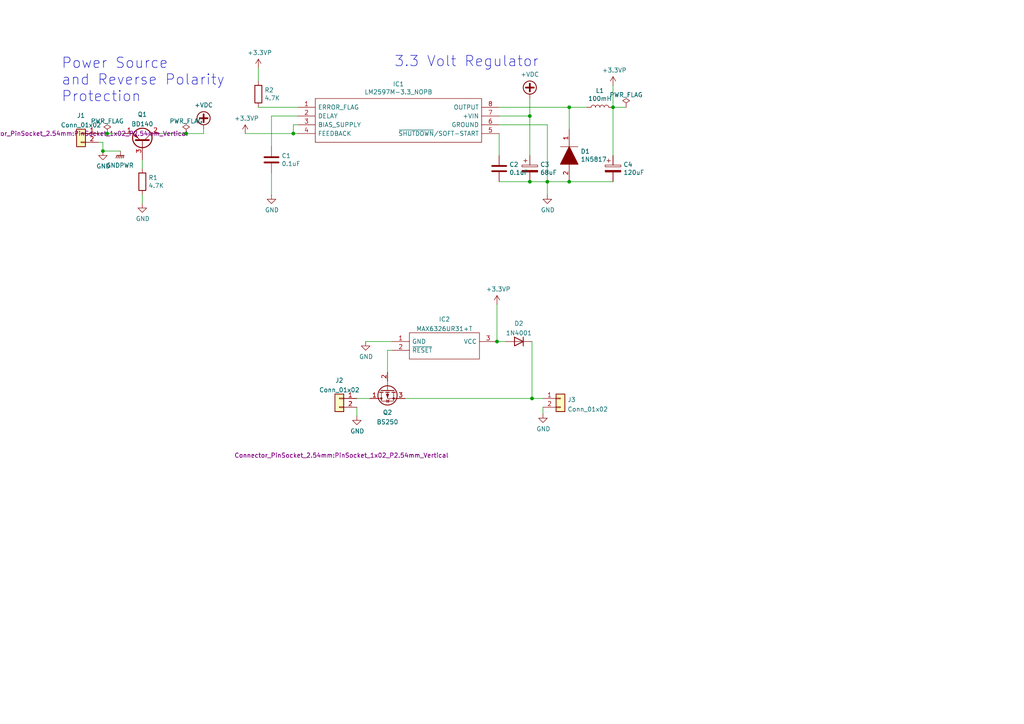
<source format=kicad_sch>
(kicad_sch (version 20211123) (generator eeschema)
  (paper "A4")
  (lib_symbols
    (symbol "Connector_Generic:Conn_01x02" (pin_names (offset 1.016) hide)
      (property "Reference" "J" (at 0 2.54 0))
      (property "Value" "Conn_01x02" (at 0 -5.08 0))
      (symbol "Conn_01x02_1_1"
        (rectangle (start -1.27 -2.413) (end 0 -2.667) (stroke (width 0.1524)))
        (rectangle (start -1.27 0.127) (end 0 -0.127) (stroke (width 0.1524)))
        (rectangle (start -1.27 1.27) (end 1.27 -3.81) (stroke (width 0.254)) (fill (type background)))
        (pin passive line (at -5.08 0 0) (length 3.81) (name "Pin_1") (number "1"))
        (pin passive line (at -5.08 -2.54 0) (length 3.81) (name "Pin_2") (number "2"))
      )
    )
    (symbol "Device:C" (pin_numbers hide) (pin_names (offset 0.254))
      (property "Reference" "C" (at 0.635 2.54 0))
      (property "Value" "C" (at 0.635 -2.54 0))
      (symbol "C_0_1"
        (polyline (pts (xy -2.032 -0.762) (xy 2.032 -0.762)) (stroke (width 0.508)))
        (polyline (pts (xy -2.032 0.762) (xy 2.032 0.762)) (stroke (width 0.508)))
      )
      (symbol "C_1_1"
        (pin passive line (at 0 3.81 270) (length 2.794) (name "~") (number "1"))
        (pin passive line (at 0 -3.81 90) (length 2.794) (name "~") (number "2"))
      )
    )
    (symbol "Device:CP" (pin_numbers hide) (pin_names (offset 0.254))
      (property "Reference" "C" (at 0.635 2.54 0))
      (property "Value" "Device_CP" (at 0.635 -2.54 0))
      (symbol "CP_0_1"
        (rectangle (start -2.286 0.508) (end 2.286 1.016))
        (polyline (pts (xy -1.778 2.286) (xy -0.762 2.286)))
        (polyline (pts (xy -1.27 2.794) (xy -1.27 1.778)))
        (rectangle (start 2.286 -0.508) (end -2.286 -1.016) (fill (type outline)))
      )
      (symbol "CP_1_1"
        (pin passive line (at 0 3.81 270) (length 2.794) (name "~") (number "1"))
        (pin passive line (at 0 -3.81 90) (length 2.794) (name "~") (number "2"))
      )
    )
    (symbol "Device:L" (pin_numbers hide) (pin_names (offset 1.016) hide)
      (property "Reference" "L" (at -1.27 0 90))
      (property "Value" "L" (at 1.905 0 90))
      (symbol "L_0_1"
        (arc (start 0 -2.54) (mid 0.635 -1.905) (end 0 -1.27))
        (arc (start 0 -1.27) (mid 0.635 -0.635) (end 0 0))
        (arc (start 0 0) (mid 0.635 0.635) (end 0 1.27))
        (arc (start 0 1.27) (mid 0.635 1.905) (end 0 2.54))
      )
      (symbol "L_1_1"
        (pin passive line (at 0 3.81 270) (length 1.27) (name "1") (number "1"))
        (pin passive line (at 0 -3.81 90) (length 1.27) (name "2") (number "2"))
      )
    )
    (symbol "Device:R" (pin_numbers hide) (pin_names (offset 0))
      (property "Reference" "R" (at 2.032 0 90))
      (property "Value" "R" (at 0 0 90))
      (symbol "R_0_1"
        (rectangle (start -1.016 -2.54) (end 1.016 2.54) (stroke (width 0.254)))
      )
      (symbol "R_1_1"
        (pin passive line (at 0 3.81 270) (length 1.27) (name "~") (number "1"))
        (pin passive line (at 0 -3.81 90) (length 1.27) (name "~") (number "2"))
      )
    )
    (symbol "Diode:1N4001" (pin_numbers hide) (pin_names (offset 1.016) hide)
      (property "Reference" "D" (at 0 2.54 0))
      (property "Value" "1N4001" (at 0 -2.54 0))
      (symbol "1N4001_0_1"
        (polyline (pts (xy -1.27 1.27) (xy -1.27 -1.27)) (stroke (width 0.254)))
        (polyline (pts (xy 1.27 0) (xy -1.27 0)))
        (polyline (pts (xy 1.27 1.27) (xy 1.27 -1.27) (xy -1.27 0) (xy 1.27 1.27)) (stroke (width 0.254)))
      )
      (symbol "1N4001_1_1"
        (pin passive line (at -3.81 0 0) (length 2.54) (name "K") (number "1"))
        (pin passive line (at 3.81 0 180) (length 2.54) (name "A") (number "2"))
      )
    )
    (symbol "SamacSys_Parts:1N5817" (pin_names (offset 0.762))
      (property "Reference" "D" (at 11.43 5.08 0))
      (property "Value" "SamacSys_Parts_1N5817" (at 11.43 2.54 0))
      (symbol "1N5817_0_0"
        (pin passive line (at 0 0 0) (length 5.08) (name "~") (number "1"))
        (pin passive line (at 15.24 0 180) (length 5.08) (name "~") (number "2"))
      )
      (symbol "1N5817_0_1"
        (polyline (pts (xy 5.08 2.54) (xy 5.08 -2.54)) (stroke (width 0.1524)))
        (polyline (pts (xy 5.08 0) (xy 10.16 2.54) (xy 10.16 -2.54) (xy 5.08 0)) (stroke (width 0.254)) (fill (type outline)))
      )
    )
    (symbol "SamacSys_Parts:LM2597M-3.3_NOPB" (pin_names (offset 0.762))
      (property "Reference" "IC" (at 54.61 7.62 0))
      (property "Value" "SamacSys_Parts_LM2597M-3.3_NOPB" (at 54.61 5.08 0))
      (symbol "LM2597M-3.3_NOPB_0_0"
        (pin passive line (at 0 0 0) (length 5.08) (name "ERROR_FLAG") (number "1"))
        (pin passive line (at 0 -2.54 0) (length 5.08) (name "DELAY") (number "2"))
        (pin passive line (at 0 -5.08 0) (length 5.08) (name "BIAS_SUPPLY") (number "3"))
        (pin passive line (at 0 -7.62 0) (length 5.08) (name "FEEDBACK") (number "4"))
        (pin passive line (at 58.42 -7.62 180) (length 5.08) (name "~{SHUTDOWN}/SOFT-START") (number "5"))
        (pin passive line (at 58.42 -5.08 180) (length 5.08) (name "GROUND") (number "6"))
        (pin passive line (at 58.42 -2.54 180) (length 5.08) (name "+VIN") (number "7"))
        (pin passive line (at 58.42 0 180) (length 5.08) (name "OUTPUT") (number "8"))
      )
      (symbol "LM2597M-3.3_NOPB_0_1"
        (polyline (pts (xy 5.08 2.54) (xy 53.34 2.54) (xy 53.34 -10.16) (xy 5.08 -10.16) (xy 5.08 2.54)) (stroke (width 0.1524)))
      )
    )
    (symbol "Samac_Sys:MAX6326UR31+T" (pin_names (offset 0.762))
      (property "Reference" "IC" (at 26.67 7.62 0))
      (property "Value" "MAX6326UR31+T" (at 26.67 5.08 0))
      (symbol "MAX6326UR31+T_0_0"
        (pin passive line (at 0 0 0) (length 5.08) (name "GND") (number "1"))
        (pin passive line (at 0 -2.54 0) (length 5.08) (name "~{RESET}") (number "2"))
        (pin passive line (at 30.48 0 180) (length 5.08) (name "VCC") (number "3"))
      )
      (symbol "MAX6326UR31+T_0_1"
        (polyline (pts (xy 5.08 2.54) (xy 25.4 2.54) (xy 25.4 -5.08) (xy 5.08 -5.08) (xy 5.08 2.54)) (stroke (width 0.1524)))
      )
    )
    (symbol "Transistor_BJT:BD140" (pin_names (offset 0) hide)
      (property "Reference" "Q" (at 5.08 1.905 0))
      (property "Value" "BD140" (at 5.08 0 0))
      (symbol "BD140_0_1"
        (polyline (pts (xy 0 0) (xy 0.635 0)))
        (polyline (pts (xy 2.54 -2.54) (xy 0.635 -0.635)))
        (polyline (pts (xy 2.54 2.54) (xy 0.635 0.635)))
        (polyline (pts (xy 0.635 1.905) (xy 0.635 -1.905) (xy 0.635 -1.905)) (stroke (width 0.508)) (fill (type outline)))
        (polyline (pts (xy 1.778 -2.286) (xy 2.286 -1.778) (xy 1.27 -1.27) (xy 1.778 -2.286) (xy 1.778 -2.286)) (fill (type outline)))
        (circle (center 1.27 0) (radius 2.8194) (stroke (width 0.3048)))
      )
      (symbol "BD140_1_1"
        (pin passive line (at 2.54 -5.08 90) (length 2.54) (name "E") (number "1"))
        (pin passive line (at 2.54 5.08 270) (length 2.54) (name "C") (number "2"))
        (pin input line (at -5.08 0 0) (length 5.08) (name "B") (number "3"))
      )
    )
    (symbol "Transistor_FET:BS250" (pin_names hide)
      (property "Reference" "Q" (at 5.08 1.905 0))
      (property "Value" "BS250" (at 5.08 0 0))
      (symbol "BS250_0_1"
        (polyline (pts (xy 0.254 0) (xy -2.54 0)))
        (polyline (pts (xy 0.254 1.905) (xy 0.254 -1.905)) (stroke (width 0.254)))
        (polyline (pts (xy 0.762 -1.27) (xy 0.762 -2.286)) (stroke (width 0.254)))
        (polyline (pts (xy 0.762 0.508) (xy 0.762 -0.508)) (stroke (width 0.254)))
        (polyline (pts (xy 0.762 2.286) (xy 0.762 1.27)) (stroke (width 0.254)))
        (polyline (pts (xy 2.54 2.54) (xy 2.54 1.778)))
        (polyline (pts (xy 2.54 -2.54) (xy 2.54 0) (xy 0.762 0)))
        (polyline (pts (xy 0.762 1.778) (xy 3.302 1.778) (xy 3.302 -1.778) (xy 0.762 -1.778)))
        (polyline (pts (xy 2.286 0) (xy 1.27 0.381) (xy 1.27 -0.381) (xy 2.286 0)) (fill (type outline)))
        (polyline (pts (xy 2.794 -0.508) (xy 2.921 -0.381) (xy 3.683 -0.381) (xy 3.81 -0.254)))
        (polyline (pts (xy 3.302 -0.381) (xy 2.921 0.254) (xy 3.683 0.254) (xy 3.302 -0.381)))
        (circle (center 1.651 0) (radius 2.794) (stroke (width 0.254)))
        (circle (center 2.54 -1.778) (radius 0.254) (fill (type outline)))
        (circle (center 2.54 1.778) (radius 0.254) (fill (type outline)))
      )
      (symbol "BS250_1_1"
        (pin passive line (at 2.54 5.08 270) (length 2.54) (name "D") (number "1"))
        (pin input line (at -5.08 0 0) (length 2.54) (name "G") (number "2"))
        (pin passive line (at 2.54 -5.08 90) (length 2.54) (name "S") (number "3"))
      )
    )
    (symbol "power:+3.3VP" (power) (pin_names (offset 0))
      (property "Value" "+3.3VP" (at 0 2.54 0))
      (symbol "+3.3VP_0_0"
        (pin power_in line (at 0 0 90) (length 0) hide (name "+3.3VP") (number "1"))
      )
      (symbol "+3.3VP_0_1"
        (polyline (pts (xy -0.762 1.27) (xy 0 2.54)))
        (polyline (pts (xy 0 0) (xy 0 2.54)))
        (polyline (pts (xy 0 2.54) (xy 0.762 1.27)))
      )
    )
    (symbol "power:+VDC" (power) (pin_names (offset 0))
      (property "Value" "+VDC" (at 0 6.35 0))
      (symbol "+VDC_0_1"
        (polyline (pts (xy -1.143 3.175) (xy 1.143 3.175)) (stroke (width 0.508)))
        (polyline (pts (xy 0 0) (xy 0 1.27)))
        (polyline (pts (xy 0 2.032) (xy 0 4.318)) (stroke (width 0.508)))
        (circle (center 0 3.175) (radius 1.905) (stroke (width 0.254)))
      )
      (symbol "+VDC_1_1"
        (pin power_in line (at 0 0 90) (length 0) hide (name "+VDC") (number "1"))
      )
    )
    (symbol "power:GND" (power) (pin_names (offset 0))
      (property "Value" "GND" (at 0 -3.81 0))
      (symbol "GND_0_1"
        (polyline (pts (xy 0 0) (xy 0 -1.27) (xy 1.27 -1.27) (xy 0 -2.54) (xy -1.27 -1.27) (xy 0 -1.27)))
      )
      (symbol "GND_1_1"
        (pin power_in line (at 0 0 270) (length 0) hide (name "GND") (number "1"))
      )
    )
    (symbol "power:GNDPWR" (power) (pin_names (offset 0))
      (property "Value" "GNDPWR" (at 0 -3.302 0))
      (symbol "GNDPWR_0_1"
        (polyline (pts (xy 0 -1.27) (xy 0 0)))
        (polyline (pts (xy -1.016 -1.27) (xy -1.27 -2.032) (xy -1.27 -2.032)) (stroke (width 0.2032)))
        (polyline (pts (xy -0.508 -1.27) (xy -0.762 -2.032) (xy -0.762 -2.032)) (stroke (width 0.2032)))
        (polyline (pts (xy 0 -1.27) (xy -0.254 -2.032) (xy -0.254 -2.032)) (stroke (width 0.2032)))
        (polyline (pts (xy 0.508 -1.27) (xy 0.254 -2.032) (xy 0.254 -2.032)) (stroke (width 0.2032)))
        (polyline (pts (xy 1.016 -1.27) (xy -1.016 -1.27) (xy -1.016 -1.27)) (stroke (width 0.2032)))
        (polyline (pts (xy 1.016 -1.27) (xy 0.762 -2.032) (xy 0.762 -2.032) (xy 0.762 -2.032)) (stroke (width 0.2032)))
      )
      (symbol "GNDPWR_1_1"
        (pin power_in line (at 0 0 270) (length 0) hide (name "GNDPWR") (number "1"))
      )
    )
    (symbol "power:PWR_FLAG" (power) (pin_numbers hide) (pin_names (offset 0) hide)
      (property "Value" "PWR_FLAG" (at 0 3.81 0))
      (symbol "PWR_FLAG_0_0"
        (pin power_out line (at 0 0 90) (length 0) (name "pwr") (number "1"))
      )
      (symbol "PWR_FLAG_0_1"
        (polyline (pts (xy 0 0) (xy 0 1.27) (xy -1.016 1.905) (xy 0 2.54) (xy 1.016 1.905) (xy 0 1.27)))
      )
    )
  )
  (junction (at 144.145 99.06))
  (junction (at 53.975 38.735))
  (junction (at 165.1 31.115))
  (junction (at 153.67 33.655))
  (junction (at 29.845 43.815))
  (junction (at 158.75 52.705))
  (junction (at 177.8 31.115))
  (junction (at 85.09 38.735))
  (junction (at 31.115 38.735))
  (junction (at 165.1 52.705))
  (junction (at 154.305 115.57))
  (junction (at 153.67 52.705))
  (wire (pts (xy 154.305 99.06) (xy 154.305 115.57)))
  (wire (pts (xy 103.505 115.57) (xy 107.315 115.57)))
  (wire (pts (xy 31.115 38.735) (xy 36.195 38.735)))
  (wire (pts (xy 144.78 52.705) (xy 153.67 52.705)))
  (wire (pts (xy 74.93 23.495) (xy 74.93 19.685)))
  (wire (pts (xy 117.475 115.57) (xy 154.305 115.57)))
  (wire (pts (xy 144.78 33.655) (xy 153.67 33.655)))
  (wire (pts (xy 153.67 33.655) (xy 153.67 28.575)))
  (wire (pts (xy 144.78 45.085) (xy 144.78 38.735)))
  (wire (pts (xy 86.36 31.115) (xy 74.93 31.115)))
  (wire (pts (xy 113.665 99.06) (xy 106.045 99.06)))
  (wire (pts (xy 177.8 45.085) (xy 177.8 31.115)))
  (wire (pts (xy 28.575 38.735) (xy 31.115 38.735)))
  (wire (pts (xy 157.48 118.11) (xy 157.48 120.015)))
  (wire (pts (xy 29.845 43.815) (xy 34.925 43.815)))
  (wire (pts (xy 59.055 38.735) (xy 59.055 37.465)))
  (wire (pts (xy 154.305 115.57) (xy 157.48 115.57)))
  (wire (pts (xy 71.12 38.735) (xy 85.09 38.735)))
  (wire (pts (xy 144.78 36.195) (xy 158.75 36.195)))
  (wire (pts (xy 78.74 56.515) (xy 78.74 50.165)))
  (wire (pts (xy 41.275 59.055) (xy 41.275 56.515)))
  (wire (pts (xy 103.505 118.11) (xy 103.505 120.65)))
  (wire (pts (xy 85.09 36.195) (xy 85.09 38.735)))
  (wire (pts (xy 86.36 36.195) (xy 85.09 36.195)))
  (wire (pts (xy 177.8 31.115) (xy 177.8 24.765)))
  (wire (pts (xy 29.845 43.815) (xy 29.845 41.275)))
  (wire (pts (xy 78.74 33.655) (xy 86.36 33.655)))
  (wire (pts (xy 165.1 31.115) (xy 170.18 31.115)))
  (wire (pts (xy 53.975 38.735) (xy 59.055 38.735)))
  (wire (pts (xy 112.395 107.95) (xy 112.395 101.6)))
  (wire (pts (xy 158.75 36.195) (xy 158.75 52.705)))
  (wire (pts (xy 29.845 41.275) (xy 28.575 41.275)))
  (wire (pts (xy 158.75 56.515) (xy 158.75 52.705)))
  (wire (pts (xy 177.8 52.705) (xy 165.1 52.705)))
  (wire (pts (xy 78.74 42.545) (xy 78.74 33.655)))
  (wire (pts (xy 153.67 33.655) (xy 153.67 45.085)))
  (wire (pts (xy 85.09 38.735) (xy 86.36 38.735)))
  (wire (pts (xy 46.355 38.735) (xy 53.975 38.735)))
  (wire (pts (xy 41.275 48.895) (xy 41.275 46.355)))
  (wire (pts (xy 158.75 52.705) (xy 165.1 52.705)))
  (wire (pts (xy 165.1 37.465) (xy 165.1 31.115)))
  (wire (pts (xy 153.67 52.705) (xy 158.75 52.705)))
  (wire (pts (xy 144.78 31.115) (xy 165.1 31.115)))
  (wire (pts (xy 177.8 31.115) (xy 181.61 31.115)))
  (wire (pts (xy 144.145 88.265) (xy 144.145 99.06)))
  (wire (pts (xy 144.145 99.06) (xy 146.685 99.06)))
  (wire (pts (xy 112.395 101.6) (xy 113.665 101.6)))
  (text "Power Source \nand Reverse Polarity \nProtection" (at 17.78 29.845 0) (effects (font (size 3 3)) (justify left bottom)))
  (text "3.3 Volt Regulator" (at 114.3 19.685 0) (effects (font (size 3 3)) (justify left bottom)))
  (symbol (lib_id "Diode:1N4001") (at 150.495 99.06 0) (mirror y) (unit 1)
    (property "Reference" "D2" (at 150.495 93.8235 0))
    (property "Value" "1N4001" (at 150.495 96.5986 0))
    (property "Footprint" "Diode_THT:D_DO-41_SOD81_P10.16mm_Horizontal" (effects hide))
    (property "Datasheet" "http://www.vishay.com/docs/88503/1n4001.pdf" (effects hide))
  )
  (symbol (lib_id "Device:C") (at 78.74 46.355 0) (unit 1)
    (property "Reference" "C1" (at 81.661 45.1866 0) (effects (justify left)))
    (property "Value" "0.1uF" (at 81.661 47.498 0) (effects (justify left)))
    (property "Footprint" "Capacitor_THT:C_Rect_L9.0mm_W3.6mm_P7.50mm_MKT" (effects hide))
  )
  (symbol (lib_id "Transistor_BJT:BD140") (at 41.275 41.275 270) (mirror x) (unit 1)
    (property "Reference" "Q1" (at 41.275 33.1937 90))
    (property "Value" "BD140" (at 41.275 35.9688 90))
    (property "Footprint" "Package_TO_SOT_THT:TO-126-3_Vertical" (effects hide))
    (property "Datasheet" "http://www.st.com/internet/com/TECHNICAL_RESOURCES/TECHNICAL_LITERATURE/DATASHEET/CD00001225.pdf" (effects hide))
  )
  (symbol (lib_id "power:GND") (at 106.045 99.06 0) (unit 1)
    (property "Reference" "#PWR0101" (effects hide))
    (property "Value" "GND" (at 106.172 103.4542 0))
  )
  (symbol (lib_id "SamacSys_Parts:1N5817") (at 165.1 37.465 270) (unit 1)
    (property "Reference" "D1" (at 168.402 43.9166 90) (effects (justify left)))
    (property "Value" "1N5817" (at 168.402 46.228 90) (effects (justify left)))
    (property "Footprint" "SamacSys_Parts:DIOAD1414W86L464D238" (effects hide))
    (property "Datasheet" "http://www.st.com/web/en/resource/technical/document/datasheet/CD00001625.pdf" (effects hide))
    (property "Description" "1N5817, Schottky Diode,  1A max, 20V, 2-Pin, DO-41" (effects hide))
    (property "Mouser Part Number" "511-1N5817" (effects hide))
    (property "Mouser Price/Stock" "https://www.mouser.co.uk/ProductDetail/STMicroelectronics/1N5817?qs=JV7lzlMm3yKNnxZdh%252BSMnw%3D%3D" (effects hide))
    (property "Manufacturer_Name" "STMicroelectronics" (effects hide))
    (property "Manufacturer_Part_Number" "1N5817" (effects hide))
  )
  (symbol (lib_id "Device:CP") (at 177.8 48.895 0) (unit 1)
    (property "Reference" "C4" (at 180.7972 47.7266 0) (effects (justify left)))
    (property "Value" "120uF" (at 180.7972 50.038 0) (effects (justify left)))
    (property "Footprint" "Capacitor_THT:CP_Radial_D8.0mm_P5.00mm" (effects hide))
  )
  (symbol (lib_id "power:+3.3VP") (at 177.8 24.765 0) (unit 1)
    (property "Reference" "#PWR010" (effects hide))
    (property "Value" "+3.3VP" (at 178.181 20.3708 0))
  )
  (symbol (lib_id "power:PWR_FLAG") (at 53.975 38.735 0) (unit 1)
    (property "Reference" "#FLG02" (effects hide))
    (property "Value" "PWR_FLAG" (at 53.975 35.1305 0))
  )
  (symbol (lib_id "power:GND") (at 157.48 120.015 0) (unit 1)
    (property "Reference" "#PWR0103" (effects hide))
    (property "Value" "GND" (at 157.607 124.4092 0))
  )
  (symbol (lib_id "power:PWR_FLAG") (at 181.61 31.115 0) (unit 1)
    (property "Reference" "#FLG03" (effects hide))
    (property "Value" "PWR_FLAG" (at 181.61 27.5105 0))
  )
  (symbol (lib_id "Connector_Generic:Conn_01x02") (at 162.56 115.57 0) (unit 1)
    (property "Reference" "J3" (at 164.592 115.9315 0) (effects (justify left)))
    (property "Value" "Conn_01x02" (at 164.592 118.7066 0) (effects (justify left)))
    (property "Footprint" "Connector_PinSocket_2.54mm:PinSocket_1x02_P2.54mm_Vertical" (effects hide))
  )
  (symbol (lib_id "power:GND") (at 158.75 56.515 0) (unit 1)
    (property "Reference" "#PWR09" (effects hide))
    (property "Value" "GND" (at 158.877 60.9092 0))
  )
  (symbol (lib_id "power:GND") (at 78.74 56.515 0) (unit 1)
    (property "Reference" "#PWR07" (effects hide))
    (property "Value" "GND" (at 78.867 60.9092 0))
  )
  (symbol (lib_id "power:GND") (at 29.845 43.815 0) (unit 1)
    (property "Reference" "#PWR01" (effects hide))
    (property "Value" "GND" (at 29.972 48.2092 0))
  )
  (symbol (lib_id "Device:R") (at 41.275 52.705 0) (unit 1)
    (property "Reference" "R1" (at 43.053 51.5366 0) (effects (justify left)))
    (property "Value" "4.7K" (at 43.053 53.848 0) (effects (justify left)))
    (property "Footprint" "Resistor_THT:R_Axial_DIN0207_L6.3mm_D2.5mm_P2.54mm_Vertical" (effects hide))
  )
  (symbol (lib_id "power:PWR_FLAG") (at 31.115 38.735 0) (unit 1)
    (property "Reference" "#FLG01" (effects hide))
    (property "Value" "PWR_FLAG" (at 31.115 35.1305 0))
  )
  (symbol (lib_id "Connector_Generic:Conn_01x02") (at 98.425 115.57 0) (mirror y) (unit 1)
    (property "Reference" "J2" (at 98.425 110.3335 0))
    (property "Value" "Conn_01x02" (at 98.425 113.1086 0))
    (property "Footprint" "Connector_PinSocket_2.54mm:PinSocket_1x02_P2.54mm_Vertical" (at 99.06 132.08 0))
  )
  (symbol (lib_id "power:GND") (at 103.505 120.65 0) (unit 1)
    (property "Reference" "#PWR0104" (effects hide))
    (property "Value" "GND" (at 103.632 125.0442 0))
  )
  (symbol (lib_id "power:GND") (at 41.275 59.055 0) (unit 1)
    (property "Reference" "#PWR03" (effects hide))
    (property "Value" "GND" (at 41.402 63.4492 0))
  )
  (symbol (lib_id "Samac_Sys:MAX6326UR31+T") (at 113.665 99.06 0) (unit 1)
    (property "Reference" "IC2" (at 128.905 92.6043 0))
    (property "Value" "MAX6326UR31+T" (at 128.905 95.3794 0))
    (property "Footprint" "SOT95P237X112-3N" (effects hide))
    (property "Datasheet" "https://pdfserv.maximintegrated.com/package_dwgs/21-0051.PDF" (effects hide))
    (property "Description" "Supervisory Circuits 3-Pin, Ultra-Low-Power SC70/SOT uP Reset Circuits" (effects hide))
    (property "Height" "1.12" (effects hide))
    (property "Mouser Part Number" "700-MAX6326UR31T" (effects hide))
    (property "Mouser Price/Stock" "https://www.mouser.co.uk/ProductDetail/Maxim-Integrated/MAX6326UR31%2bT?qs=S0kZczzPnwlEL1wHFMeK3A%3D%3D" (effects hide))
    (property "Manufacturer_Name" "Maxim Integrated" (effects hide))
    (property "Manufacturer_Part_Number" "MAX6326UR31+T" (effects hide))
  )
  (symbol (lib_id "Device:R") (at 74.93 27.305 0) (unit 1)
    (property "Reference" "R2" (at 76.708 26.1366 0) (effects (justify left)))
    (property "Value" "4.7K" (at 76.708 28.448 0) (effects (justify left)))
    (property "Footprint" "Resistor_THT:R_Axial_DIN0207_L6.3mm_D2.5mm_P2.54mm_Vertical" (effects hide))
  )
  (symbol (lib_id "Device:C") (at 144.78 48.895 0) (unit 1)
    (property "Reference" "C2" (at 147.701 47.7266 0) (effects (justify left)))
    (property "Value" "0.1uF" (at 147.701 50.038 0) (effects (justify left)))
    (property "Footprint" "Capacitor_THT:C_Rect_L9.0mm_W3.6mm_P7.50mm_MKT" (effects hide))
  )
  (symbol (lib_id "power:+3.3VP") (at 74.93 19.685 0) (unit 1)
    (property "Reference" "#PWR06" (effects hide))
    (property "Value" "+3.3VP" (at 75.311 15.2908 0))
  )
  (symbol (lib_id "power:+3.3VP") (at 144.145 88.265 0) (unit 1)
    (property "Reference" "#PWR0102" (effects hide))
    (property "Value" "+3.3VP" (at 144.526 83.8708 0))
  )
  (symbol (lib_id "Device:CP") (at 153.67 48.895 0) (unit 1)
    (property "Reference" "C3" (at 156.6672 47.7266 0) (effects (justify left)))
    (property "Value" "68uF" (at 156.6672 50.038 0) (effects (justify left)))
    (property "Footprint" "Capacitor_THT:CP_Radial_D5.0mm_P2.50mm" (effects hide))
  )
  (symbol (lib_id "power:GNDPWR") (at 34.925 43.815 0) (unit 1)
    (property "Reference" "#PWR02" (effects hide))
    (property "Value" "GNDPWR" (at 34.798 47.9711 0))
  )
  (symbol (lib_id "Device:L") (at 173.99 31.115 90) (unit 1)
    (property "Reference" "L1" (at 173.99 26.289 90))
    (property "Value" "100mH" (at 173.99 28.6004 90))
    (property "Footprint" "Inductor_THT:L_Axial_L9.5mm_D4.0mm_P15.24mm_Horizontal_Fastron_SMCC" (effects hide))
  )
  (symbol (lib_id "power:+VDC") (at 59.055 37.465 0) (unit 1)
    (property "Reference" "#PWR04" (effects hide))
    (property "Value" "+VDC" (at 59.055 30.48 0))
  )
  (symbol (lib_id "power:+VDC") (at 153.67 28.575 0) (unit 1)
    (property "Reference" "#PWR08" (effects hide))
    (property "Value" "+VDC" (at 153.67 21.59 0))
  )
  (symbol (lib_id "SamacSys_Parts:LM2597M-3.3_NOPB") (at 86.36 31.115 0) (unit 1)
    (property "Reference" "IC1" (at 115.57 24.384 0))
    (property "Value" "LM2597M-3.3_NOPB" (at 115.57 26.6954 0))
    (property "Footprint" "SamacSys_Parts:SOIC127P600X175-8N" (effects hide))
    (property "Datasheet" "http://www.ti.com/lit/gpn/lm2597" (effects hide))
    (property "Description" "Texas Instruments LM2597M-3.3/NOPB, Step Down DC-DC Converter, 500mA, 8-Pin SOIC" (effects hide))
    (property "Height" "1.75" (effects hide))
    (property "Mouser Part Number" "926-LM2597M-33/NOPB" (effects hide))
    (property "Mouser Price/Stock" "https://www.mouser.com/Search/Refine.aspx?Keyword=926-LM2597M-33%2FNOPB" (effects hide))
    (property "Manufacturer_Name" "Texas Instruments" (effects hide))
    (property "Manufacturer_Part_Number" "LM2597M-3.3/NOPB" (effects hide))
  )
  (symbol (lib_id "Connector_Generic:Conn_01x02") (at 23.495 38.735 0) (mirror y) (unit 1)
    (property "Reference" "J1" (at 23.495 33.4985 0))
    (property "Value" "Conn_01x02" (at 23.495 36.2736 0))
    (property "Footprint" "Connector_PinSocket_2.54mm:PinSocket_1x02_P2.54mm_Vertical" (at 23.495 38.735 0))
  )
  (symbol (lib_id "Transistor_FET:BS250") (at 112.395 113.03 90) (mirror x) (unit 1)
    (property "Reference" "Q2" (at 112.395 119.6245 90))
    (property "Value" "BS250" (at 112.395 122.3996 90))
    (property "Footprint" "Package_TO_SOT_THT:TO-92_Inline" (effects hide))
    (property "Datasheet" "http://www.vishay.com/docs/70209/70209.pdf" (effects hide))
  )
  (symbol (lib_id "power:+3.3VP") (at 71.12 38.735 0) (unit 1)
    (property "Reference" "#PWR05" (effects hide))
    (property "Value" "+3.3VP" (at 71.501 34.3408 0))
  )
)
</source>
